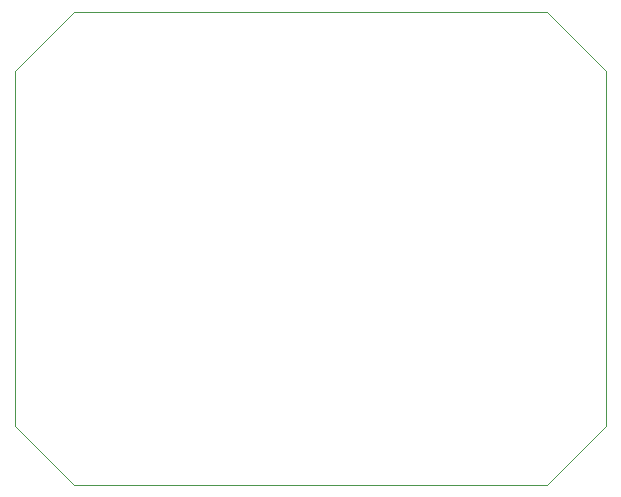
<source format=gbr>
%TF.GenerationSoftware,KiCad,Pcbnew,(5.99.0-12255-gad1ee958b0)*%
%TF.CreationDate,2022-02-21T16:34:28+02:00*%
%TF.ProjectId,pmr710-baseplate,706d7237-3130-42d6-9261-7365706c6174,rev?*%
%TF.SameCoordinates,Original*%
%TF.FileFunction,Profile,NP*%
%FSLAX46Y46*%
G04 Gerber Fmt 4.6, Leading zero omitted, Abs format (unit mm)*
G04 Created by KiCad (PCBNEW (5.99.0-12255-gad1ee958b0)) date 2022-02-21 16:34:28*
%MOMM*%
%LPD*%
G01*
G04 APERTURE LIST*
%TA.AperFunction,Profile*%
%ADD10C,0.100000*%
%TD*%
G04 APERTURE END LIST*
D10*
X145000000Y-80000000D02*
X150000000Y-75000000D01*
X100000000Y-75000000D02*
X105000000Y-80000000D01*
X150000000Y-45000000D02*
X145000000Y-40000000D01*
X145000000Y-40000000D02*
X105000000Y-40000000D01*
X100000000Y-45000000D02*
X105000000Y-40000000D01*
X105000000Y-80000000D02*
X145000000Y-80000000D01*
X100000000Y-45000000D02*
X100000000Y-75000000D01*
X150000000Y-75000000D02*
X150000000Y-45000000D01*
M02*

</source>
